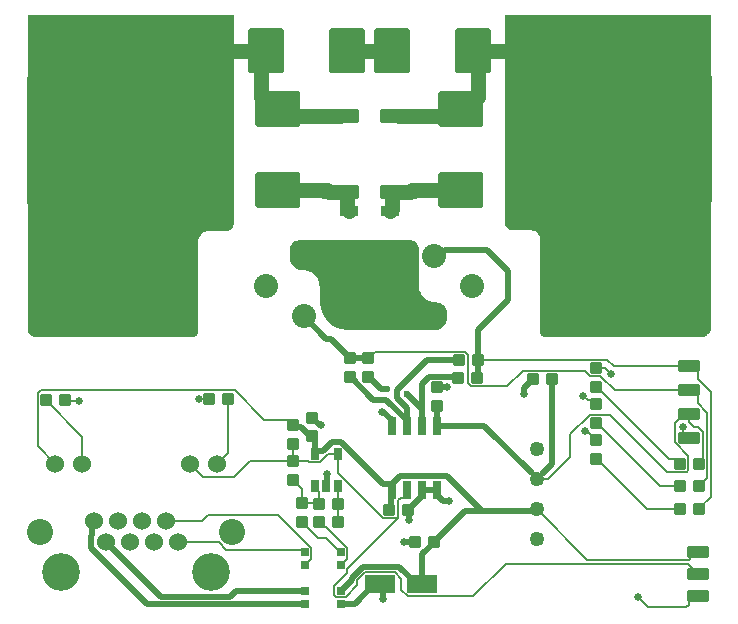
<source format=gbr>
G04*
G04 #@! TF.GenerationSoftware,Altium Limited,Altium Designer,23.5.1 (21)*
G04*
G04 Layer_Physical_Order=1*
G04 Layer_Color=255*
%FSLAX44Y44*%
%MOMM*%
G71*
G04*
G04 #@! TF.SameCoordinates,4C835EFE-E1B3-4BCD-AC60-ED55561C1739*
G04*
G04*
G04 #@! TF.FilePolarity,Positive*
G04*
G01*
G75*
%ADD11C,0.1524*%
G04:AMPARAMS|DCode=18|XSize=1.8034mm|YSize=0.9906mm|CornerRadius=0.1238mm|HoleSize=0mm|Usage=FLASHONLY|Rotation=0.000|XOffset=0mm|YOffset=0mm|HoleType=Round|Shape=RoundedRectangle|*
%AMROUNDEDRECTD18*
21,1,1.8034,0.7430,0,0,0.0*
21,1,1.5558,0.9906,0,0,0.0*
1,1,0.2477,0.7779,-0.3715*
1,1,0.2477,-0.7779,-0.3715*
1,1,0.2477,-0.7779,0.3715*
1,1,0.2477,0.7779,0.3715*
%
%ADD18ROUNDEDRECTD18*%
G04:AMPARAMS|DCode=19|XSize=1.5494mm|YSize=0.6096mm|CornerRadius=0.0305mm|HoleSize=0mm|Usage=FLASHONLY|Rotation=90.000|XOffset=0mm|YOffset=0mm|HoleType=Round|Shape=RoundedRectangle|*
%AMROUNDEDRECTD19*
21,1,1.5494,0.5486,0,0,90.0*
21,1,1.4884,0.6096,0,0,90.0*
1,1,0.0610,0.2743,0.7442*
1,1,0.0610,0.2743,-0.7442*
1,1,0.0610,-0.2743,-0.7442*
1,1,0.0610,-0.2743,0.7442*
%
%ADD19ROUNDEDRECTD19*%
G04:AMPARAMS|DCode=20|XSize=0.6096mm|YSize=1.0414mm|CornerRadius=0.0305mm|HoleSize=0mm|Usage=FLASHONLY|Rotation=0.000|XOffset=0mm|YOffset=0mm|HoleType=Round|Shape=RoundedRectangle|*
%AMROUNDEDRECTD20*
21,1,0.6096,0.9804,0,0,0.0*
21,1,0.5486,1.0414,0,0,0.0*
1,1,0.0610,0.2743,-0.4902*
1,1,0.0610,-0.2743,-0.4902*
1,1,0.0610,-0.2743,0.4902*
1,1,0.0610,0.2743,0.4902*
%
%ADD20ROUNDEDRECTD20*%
G04:AMPARAMS|DCode=21|XSize=0.9398mm|YSize=0.9906mm|CornerRadius=0.047mm|HoleSize=0mm|Usage=FLASHONLY|Rotation=0.000|XOffset=0mm|YOffset=0mm|HoleType=Round|Shape=RoundedRectangle|*
%AMROUNDEDRECTD21*
21,1,0.9398,0.8966,0,0,0.0*
21,1,0.8458,0.9906,0,0,0.0*
1,1,0.0940,0.4229,-0.4483*
1,1,0.0940,-0.4229,-0.4483*
1,1,0.0940,-0.4229,0.4483*
1,1,0.0940,0.4229,0.4483*
%
%ADD21ROUNDEDRECTD21*%
G04:AMPARAMS|DCode=22|XSize=0.9398mm|YSize=0.9906mm|CornerRadius=0.047mm|HoleSize=0mm|Usage=FLASHONLY|Rotation=90.000|XOffset=0mm|YOffset=0mm|HoleType=Round|Shape=RoundedRectangle|*
%AMROUNDEDRECTD22*
21,1,0.9398,0.8966,0,0,90.0*
21,1,0.8458,0.9906,0,0,90.0*
1,1,0.0940,0.4483,0.4229*
1,1,0.0940,0.4483,-0.4229*
1,1,0.0940,-0.4483,-0.4229*
1,1,0.0940,-0.4483,0.4229*
%
%ADD22ROUNDEDRECTD22*%
G04:AMPARAMS|DCode=23|XSize=1.2446mm|YSize=3.175mm|CornerRadius=0.1556mm|HoleSize=0mm|Usage=FLASHONLY|Rotation=90.000|XOffset=0mm|YOffset=0mm|HoleType=Round|Shape=RoundedRectangle|*
%AMROUNDEDRECTD23*
21,1,1.2446,2.8639,0,0,90.0*
21,1,0.9335,3.1750,0,0,90.0*
1,1,0.3112,1.4319,0.4667*
1,1,0.3112,1.4319,-0.4667*
1,1,0.3112,-1.4319,-0.4667*
1,1,0.3112,-1.4319,0.4667*
%
%ADD23ROUNDEDRECTD23*%
G04:AMPARAMS|DCode=24|XSize=3.81mm|YSize=3.0226mm|CornerRadius=0.1511mm|HoleSize=0mm|Usage=FLASHONLY|Rotation=0.000|XOffset=0mm|YOffset=0mm|HoleType=Round|Shape=RoundedRectangle|*
%AMROUNDEDRECTD24*
21,1,3.8100,2.7203,0,0,0.0*
21,1,3.5077,3.0226,0,0,0.0*
1,1,0.3023,1.7539,-1.3602*
1,1,0.3023,-1.7539,-1.3602*
1,1,0.3023,-1.7539,1.3602*
1,1,0.3023,1.7539,1.3602*
%
%ADD24ROUNDEDRECTD24*%
G04:AMPARAMS|DCode=25|XSize=3.81mm|YSize=3.0226mm|CornerRadius=0.1511mm|HoleSize=0mm|Usage=FLASHONLY|Rotation=90.000|XOffset=0mm|YOffset=0mm|HoleType=Round|Shape=RoundedRectangle|*
%AMROUNDEDRECTD25*
21,1,3.8100,2.7203,0,0,90.0*
21,1,3.5077,3.0226,0,0,90.0*
1,1,0.3023,1.3602,1.7539*
1,1,0.3023,1.3602,-1.7539*
1,1,0.3023,-1.3602,-1.7539*
1,1,0.3023,-1.3602,1.7539*
%
%ADD25ROUNDEDRECTD25*%
G04:AMPARAMS|DCode=26|XSize=0.7112mm|YSize=0.6096mm|CornerRadius=0.0305mm|HoleSize=0mm|Usage=FLASHONLY|Rotation=0.000|XOffset=0mm|YOffset=0mm|HoleType=Round|Shape=RoundedRectangle|*
%AMROUNDEDRECTD26*
21,1,0.7112,0.5486,0,0,0.0*
21,1,0.6502,0.6096,0,0,0.0*
1,1,0.0610,0.3251,-0.2743*
1,1,0.0610,-0.3251,-0.2743*
1,1,0.0610,-0.3251,0.2743*
1,1,0.0610,0.3251,0.2743*
%
%ADD26ROUNDEDRECTD26*%
G04:AMPARAMS|DCode=27|XSize=0.8992mm|YSize=1.6002mm|CornerRadius=0.045mm|HoleSize=0mm|Usage=FLASHONLY|Rotation=270.000|XOffset=0mm|YOffset=0mm|HoleType=Round|Shape=RoundedRectangle|*
%AMROUNDEDRECTD27*
21,1,0.8992,1.5103,0,0,270.0*
21,1,0.8092,1.6002,0,0,270.0*
1,1,0.0899,-0.7551,-0.4046*
1,1,0.0899,-0.7551,0.4046*
1,1,0.0899,0.7551,0.4046*
1,1,0.0899,0.7551,-0.4046*
%
%ADD27ROUNDEDRECTD27*%
G04:AMPARAMS|DCode=28|XSize=1.6002mm|YSize=2.5908mm|CornerRadius=0.2mm|HoleSize=0mm|Usage=FLASHONLY|Rotation=90.000|XOffset=0mm|YOffset=0mm|HoleType=Round|Shape=RoundedRectangle|*
%AMROUNDEDRECTD28*
21,1,1.6002,2.1908,0,0,90.0*
21,1,1.2002,2.5908,0,0,90.0*
1,1,0.4001,1.0954,0.6001*
1,1,0.4001,1.0954,-0.6001*
1,1,0.4001,-1.0954,-0.6001*
1,1,0.4001,-1.0954,0.6001*
%
%ADD28ROUNDEDRECTD28*%
%ADD47C,0.5080*%
%ADD48C,1.2700*%
%ADD49C,1.2548*%
G04:AMPARAMS|DCode=50|XSize=8.6614mm|YSize=14.3002mm|CornerRadius=0.4331mm|HoleSize=0mm|Usage=FLASHONLY|Rotation=270.000|XOffset=0mm|YOffset=0mm|HoleType=Round|Shape=RoundedRectangle|*
%AMROUNDEDRECTD50*
21,1,8.6614,13.4341,0,0,270.0*
21,1,7.7953,14.3002,0,0,270.0*
1,1,0.8661,-6.7170,-3.8976*
1,1,0.8661,-6.7170,3.8976*
1,1,0.8661,6.7170,3.8976*
1,1,0.8661,6.7170,-3.8976*
%
%ADD50ROUNDEDRECTD50*%
%ADD51C,2.0320*%
%ADD52C,0.6350*%
%ADD53R,17.4625X17.4625*%
%ADD54C,1.5240*%
%ADD55C,3.2004*%
%ADD56C,2.2098*%
%ADD57C,1.2700*%
%ADD58C,0.6000*%
G36*
X178054Y330454D02*
X178054Y329804D01*
X177800Y328528D01*
X177302Y327326D01*
X176580Y326244D01*
X175660Y325324D01*
X174578Y324602D01*
X173376Y324104D01*
X172100Y323850D01*
X171450Y323850D01*
X156464D01*
X155642Y323810D01*
X154031Y323489D01*
X152513Y322860D01*
X151146Y321947D01*
X149985Y320785D01*
X149072Y319419D01*
X148443Y317901D01*
X148122Y316290D01*
X148082Y315468D01*
X148082Y242062D01*
X148082Y241362D01*
X147809Y239988D01*
X147273Y238693D01*
X146494Y237528D01*
X145504Y236538D01*
X144339Y235759D01*
X143045Y235223D01*
X141671Y234950D01*
X140970Y234950D01*
X8083D01*
X6122Y235762D01*
X4622Y237262D01*
X3810Y239223D01*
Y240284D01*
X2798Y454268D01*
X3694Y455168D01*
X178054D01*
X178054Y330454D01*
D02*
G37*
G36*
X328504Y316253D02*
X329875Y315902D01*
X331151Y315290D01*
X332283Y314441D01*
X333228Y313387D01*
X333949Y312169D01*
X334257Y311292D01*
X334518Y310134D01*
X334518Y310134D01*
X334518D01*
X334518Y310134D01*
X334518Y277876D01*
X334585Y276507D01*
X335119Y273821D01*
X336167Y271290D01*
X337689Y269013D01*
X339625Y267077D01*
X341903Y265555D01*
X344433Y264507D01*
X347119Y263973D01*
X348488Y263906D01*
X349514D01*
X351526Y263506D01*
X353421Y262721D01*
X355126Y261581D01*
X356577Y260131D01*
X357717Y258425D01*
X358502Y256530D01*
X358902Y254518D01*
Y253492D01*
X358902Y251714D01*
X358902Y250563D01*
X358453Y248306D01*
X357572Y246179D01*
X356294Y244265D01*
X354666Y242638D01*
X352752Y241359D01*
X350626Y240479D01*
X348461Y240048D01*
X347218Y240030D01*
X347217Y240030D01*
X347217Y240030D01*
X276098D01*
X273596Y240030D01*
X268689Y241006D01*
X264067Y242920D01*
X259907Y245700D01*
X256369Y249238D01*
X253589Y253398D01*
X251674Y258020D01*
X250698Y262928D01*
X250698Y265429D01*
X250698Y265430D01*
Y277114D01*
X250632Y278458D01*
X250107Y281096D01*
X249078Y283580D01*
X247585Y285815D01*
X245683Y287717D01*
X243448Y289210D01*
X240963Y290239D01*
X238326Y290764D01*
X236982Y290830D01*
X235856Y290830D01*
X233648Y291269D01*
X231568Y292131D01*
X229696Y293381D01*
X228104Y294973D01*
X226853Y296845D01*
X225991Y298925D01*
X225552Y301133D01*
X225552Y302259D01*
X225552Y302260D01*
Y308902D01*
X225864Y310473D01*
X226477Y311952D01*
X227367Y313283D01*
X228499Y314415D01*
X229830Y315305D01*
X231309Y315918D01*
X232879Y316230D01*
X233680Y316230D01*
X233680Y316230D01*
X326390Y316230D01*
X327090Y316330D01*
X328504Y316253D01*
D02*
G37*
G36*
X582770Y455128D02*
X581758Y241144D01*
Y240083D01*
X580946Y238122D01*
X579445Y236622D01*
X577485Y235810D01*
X444598D01*
X443897Y235810D01*
X442523Y236083D01*
X441229Y236619D01*
X440064Y237397D01*
X439073Y238388D01*
X438295Y239553D01*
X437759Y240847D01*
X437486Y242221D01*
X437486Y242922D01*
X437486Y316328D01*
X437445Y317149D01*
X437125Y318761D01*
X436496Y320279D01*
X435583Y321645D01*
X434421Y322807D01*
X433055Y323720D01*
X431537Y324349D01*
X429925Y324669D01*
X429104Y324710D01*
X414118D01*
X413467Y324710D01*
X412191Y324963D01*
X410990Y325461D01*
X409908Y326184D01*
X408988Y327104D01*
X408265Y328186D01*
X407767Y329387D01*
X407514Y330663D01*
X407514Y331314D01*
X407514Y456028D01*
X581874D01*
X582770Y455128D01*
D02*
G37*
D11*
X282555Y24336D02*
Y28352D01*
X264259Y14478D02*
X272697D01*
X274066Y34445D02*
Y37652D01*
X319786Y20269D02*
X325196Y14859D01*
X380873D01*
X314376Y34925D02*
X319786Y29515D01*
Y20269D02*
Y29515D01*
X282555Y28352D02*
X289128Y34925D01*
X272697Y14478D02*
X282555Y24336D01*
X289128Y34925D02*
X314376D01*
X262890Y15847D02*
Y23269D01*
X274066Y34445D01*
X262890Y15847D02*
X264259Y14478D01*
X274066Y37652D02*
X317313Y80899D01*
X227838Y129540D02*
Y144018D01*
X240641Y129540D02*
X242038Y128143D01*
X250650D01*
X227838Y129540D02*
X240641D01*
X250650Y128143D02*
X257889Y135382D01*
X265938D01*
Y119576D02*
Y135382D01*
X317313Y80899D02*
Y95876D01*
X265938Y119576D02*
X304615Y80899D01*
X317313D01*
X224058Y163799D02*
X227838Y160020D01*
X204051Y163799D02*
X224058D01*
X250444Y93472D02*
Y102794D01*
X235712Y93472D02*
X250190D01*
X235712D02*
Y105918D01*
X228092Y113538D02*
X235712Y105918D01*
X227838Y113538D02*
X228092D01*
X246939Y106299D02*
X250444Y102794D01*
X246939Y106299D02*
Y108458D01*
X265938Y93726D02*
Y108458D01*
Y93726D02*
X266446Y93218D01*
X178747Y189103D02*
X204051Y163799D01*
X12065Y141605D02*
X26924Y126746D01*
X12065Y186621D02*
X14547Y189103D01*
X12065Y141605D02*
Y186621D01*
X14547Y189103D02*
X178747D01*
X157226Y181864D02*
X157480Y182118D01*
X148336Y181864D02*
X157226D01*
X173482Y136144D02*
Y182118D01*
X164084Y126746D02*
X173482Y136144D01*
X18796Y180848D02*
Y181102D01*
Y180848D02*
X49784Y149860D01*
Y126746D02*
Y149860D01*
X34798Y181102D02*
X35560Y180340D01*
X46990D01*
X434594Y88646D02*
X477520Y45720D01*
X568190Y52578D02*
X571500D01*
X564036Y48423D02*
X568190Y52578D01*
X564036Y46613D02*
Y48423D01*
X563143Y45720D02*
X564036Y46613D01*
X477520Y45720D02*
X563143D01*
X562864Y42164D02*
X571246Y33782D01*
X380873Y14859D02*
X408178Y42164D01*
X562864D01*
X324612Y100330D02*
Y105029D01*
X317313Y95876D02*
X319481Y98044D01*
X322326D01*
X324612Y100330D01*
X478795Y153411D02*
X484886Y147320D01*
X476309Y153411D02*
X478795D01*
X475385Y154334D02*
X476309Y153411D01*
X434594Y114046D02*
X435610Y115062D01*
X463086Y132690D02*
Y151994D01*
X479621Y168529D02*
X496316D01*
X463086Y151994D02*
X479621Y168529D01*
X484886Y147320D02*
X485140D01*
X482397Y180543D02*
X485140Y177800D01*
X477571Y180543D02*
X482397D01*
X473710Y184404D02*
X477571Y180543D01*
X485140Y208280D02*
X492506D01*
X497586Y203200D01*
X551561Y145045D02*
X562991Y133615D01*
X551561Y161179D02*
X555355Y164973D01*
X551561Y145045D02*
Y161179D01*
X555367Y164973D02*
X559558Y169164D01*
X555355Y164973D02*
X555367D01*
X559558Y169164D02*
X563880D01*
X562193Y148844D02*
X563880D01*
X558038Y152999D02*
X562193Y148844D01*
X558038Y152999D02*
Y158496D01*
X562991Y121481D02*
Y133615D01*
X561525Y120015D02*
X562991Y121481D01*
X544830Y120015D02*
X561525D01*
X496316Y168529D02*
X544830Y120015D01*
X444441Y114046D02*
X463086Y132690D01*
X434594Y114046D02*
X444441D01*
X485140Y192278D02*
X485394D01*
X546951Y130721D01*
X552539D01*
X563880Y189230D02*
X566742D01*
X475303Y205867D02*
X479621Y201549D01*
X500438Y189230D02*
X563880D01*
X488119Y201549D02*
X500438Y189230D01*
X479621Y201549D02*
X488119D01*
X552539Y130721D02*
X556260Y127000D01*
X539242Y107950D02*
X556260D01*
X485394Y161798D02*
X539242Y107950D01*
X485140Y161798D02*
X485394D01*
X527812Y88900D02*
X556260D01*
X485394Y131318D02*
X527812Y88900D01*
X485140Y131318D02*
X485394D01*
X563880Y161925D02*
Y169164D01*
Y161925D02*
X567886Y157919D01*
X570923D01*
X574929Y153913D01*
Y129667D02*
Y153913D01*
X572262Y127000D02*
X574929Y129667D01*
X570897Y198332D02*
X581787Y187441D01*
X572262Y107950D02*
Y108204D01*
Y89154D02*
X581787Y98679D01*
X578993Y114935D02*
Y170169D01*
X570897Y178266D02*
Y185075D01*
Y178266D02*
X578993Y170169D01*
X581787Y98679D02*
Y187441D01*
X566742Y189230D02*
X570897Y185075D01*
X572262Y108204D02*
X578993Y114935D01*
X422656Y205867D02*
X475303D01*
X570897Y198332D02*
Y205395D01*
X572262Y88900D02*
Y89154D01*
X566742Y209550D02*
X570897Y205395D01*
X563880Y209550D02*
X566742D01*
X499618D02*
X563880D01*
X384556Y215138D02*
X494030D01*
X499618Y209550D01*
X297815Y221869D02*
X373819D01*
X292100Y216408D02*
X292354D01*
X373819Y221869D02*
X376428Y219260D01*
X292354Y216408D02*
X297815Y221869D01*
X376428Y195268D02*
X379037Y192659D01*
X376428Y195268D02*
Y219260D01*
X379037Y192659D02*
X409448D01*
X422656Y205867D01*
X141224Y126746D02*
X152146Y115824D01*
X178322D01*
X119317Y78486D02*
X120841D01*
X150910D01*
X238506Y41148D02*
X243586Y46228D01*
X215674Y83947D02*
X243586Y56035D01*
Y46228D02*
Y56035D01*
X237998Y41148D02*
X238506D01*
X156371Y83947D02*
X215674D01*
X150910Y78486D02*
X156371Y83947D01*
X131064Y60706D02*
X165379D01*
X129540D02*
X131064D01*
X165379D02*
X171779Y54305D01*
X236017D01*
X237998Y52324D01*
X567440Y14986D02*
X571246D01*
X563285Y10831D02*
X567440Y14986D01*
X563285Y7787D02*
Y10831D01*
X561086Y5588D02*
X563285Y7787D01*
X520446Y13970D02*
X528828Y5588D01*
X561086D01*
X571122Y14862D02*
X571246Y14986D01*
X178322Y115824D02*
X192038Y129540D01*
X227838D01*
X235458Y93472D02*
X235712D01*
X266446Y77978D02*
Y93218D01*
X250444Y77724D02*
Y77978D01*
X256314Y73787D02*
X274066Y56035D01*
Y46228D02*
Y56035D01*
X254381Y73787D02*
X256314D01*
X268986Y41148D02*
X274066Y46228D01*
X268478Y41148D02*
X268986D01*
X250444Y77724D02*
X254381Y73787D01*
X267970Y52324D02*
X268478D01*
X256222Y64071D02*
X267970Y52324D01*
X249364Y64071D02*
X256222D01*
X235966Y77470D02*
X249364Y64071D01*
X235712Y77470D02*
X235966D01*
D18*
X563880Y209550D02*
D03*
Y189230D02*
D03*
Y148844D02*
D03*
Y169164D02*
D03*
X571246Y14986D02*
D03*
Y33782D02*
D03*
X571500Y52578D02*
D03*
D19*
X350012Y159131D02*
D03*
X311912D02*
D03*
X324612D02*
D03*
X337312D02*
D03*
X350012Y105029D02*
D03*
X337312D02*
D03*
X324612D02*
D03*
X311912D02*
D03*
D20*
X246939Y135382D02*
D03*
X265938D02*
D03*
Y108458D02*
D03*
X256438D02*
D03*
X246939D02*
D03*
D21*
X572262Y88900D02*
D03*
X556260D02*
D03*
X572262Y107950D02*
D03*
X556260D02*
D03*
X368300Y199644D02*
D03*
X384302D02*
D03*
X368554Y214884D02*
D03*
X384556D02*
D03*
X250444Y77978D02*
D03*
X266446D02*
D03*
X157480Y182118D02*
D03*
X173482D02*
D03*
X34798Y181102D02*
D03*
X18796D02*
D03*
X572262Y127000D02*
D03*
X556260D02*
D03*
X325882Y87884D02*
D03*
X309880D02*
D03*
X431800Y198882D02*
D03*
X447802D02*
D03*
X266446Y93218D02*
D03*
X250444D02*
D03*
X331470Y60452D02*
D03*
X347472D02*
D03*
D22*
X276860Y200406D02*
D03*
Y216408D02*
D03*
X292100Y200406D02*
D03*
Y216408D02*
D03*
X227838Y144018D02*
D03*
Y160020D02*
D03*
X485140Y147320D02*
D03*
Y131318D02*
D03*
Y177800D02*
D03*
Y161798D02*
D03*
X227838Y113538D02*
D03*
Y129540D02*
D03*
X485140Y208280D02*
D03*
Y192278D02*
D03*
X235712Y77470D02*
D03*
Y93472D02*
D03*
X350012Y192024D02*
D03*
Y176022D02*
D03*
X244348Y166116D02*
D03*
Y150114D02*
D03*
D23*
X268224Y357378D02*
D03*
Y421386D02*
D03*
X317754D02*
D03*
Y357378D02*
D03*
D24*
X370586Y426974D02*
D03*
Y358394D02*
D03*
X215138Y426974D02*
D03*
Y358394D02*
D03*
D25*
X311658Y476504D02*
D03*
X380238D02*
D03*
X274066D02*
D03*
X205486D02*
D03*
D26*
X237998Y52324D02*
D03*
X268478D02*
D03*
Y41148D02*
D03*
X237998D02*
D03*
Y19558D02*
D03*
X268478D02*
D03*
Y8382D02*
D03*
X237998D02*
D03*
D27*
X310134Y309626D02*
D03*
Y340614D02*
D03*
X275844D02*
D03*
Y309626D02*
D03*
D28*
X301752Y24892D02*
D03*
X337820D02*
D03*
D47*
X277983Y28555D02*
Y30246D01*
X268478Y19558D02*
X268986D01*
X277983Y28555D01*
Y30246D02*
X287234Y39497D01*
X318262D01*
X332867Y24892D01*
X337820D01*
X177990Y8382D02*
X237998D01*
X177482Y7874D02*
X177990Y8382D01*
X104785Y7874D02*
X177482D01*
X68390Y60706D02*
X69914D01*
X116396Y14224D01*
X174852D01*
X180186Y19558D01*
X237998D01*
X269243Y145542D02*
X304549Y110236D01*
X261583Y145542D02*
X269243D01*
X304549Y110236D02*
X311404D01*
X253836Y137795D02*
X261583Y145542D01*
X311912Y105029D02*
Y109728D01*
X311404Y110236D02*
X311912Y109728D01*
X311404Y89408D02*
Y105029D01*
X246939Y137541D02*
X247193Y137795D01*
X253836D01*
X244602Y166116D02*
X250872Y159846D01*
X251842D01*
X252085Y159603D01*
X244348Y166116D02*
X244602D01*
X242570Y150368D02*
X243078D01*
X235077Y157861D02*
X242570Y150368D01*
X230251Y157861D02*
X235077D01*
X229522Y158590D02*
X230251Y157861D01*
X229522Y158590D02*
Y159385D01*
X246939Y137541D02*
Y146507D01*
X243078Y150368D02*
X246939Y146507D01*
X256616Y108636D02*
Y118440D01*
X256794Y118618D01*
X256438Y108458D02*
X256616Y108636D01*
X301752Y24892D02*
X304800Y21844D01*
Y12446D02*
Y21844D01*
X331343Y60579D02*
X331470Y60452D01*
X322707Y60579D02*
X331343D01*
X322580Y60706D02*
X322707Y60579D01*
X326009Y79121D02*
Y87757D01*
Y79121D02*
X326136Y78994D01*
X325882Y87884D02*
X326009Y87757D01*
X337820Y24892D02*
Y50546D01*
X347472Y60198D01*
Y60452D01*
X349885Y62865D02*
X374142Y87122D01*
X388366D02*
X428498D01*
X374142D02*
X388366D01*
X325882Y87884D02*
Y88138D01*
X267716Y8382D02*
X280289D01*
X296799Y24892D01*
X301752D01*
X424169Y185917D02*
Y190997D01*
X431800Y198628D01*
Y198882D01*
X423926Y185674D02*
X424169Y185917D01*
X350012Y192024D02*
X350022Y192034D01*
X358719D01*
X358729Y192043D01*
X316278Y182832D02*
Y189783D01*
X324612Y163830D02*
Y174498D01*
X324358Y186436D02*
X337312Y173482D01*
X316278Y182832D02*
X324612Y174498D01*
X343756Y200533D02*
X367411D01*
X337312Y173482D02*
Y194089D01*
X343756Y200533D01*
X316278Y189783D02*
X341379Y214884D01*
X384556Y215138D02*
Y239851D01*
X409956Y265251D02*
Y290501D01*
X347726Y303276D02*
X351850D01*
X356930Y308356D01*
X392101D02*
X409956Y290501D01*
X384556Y239851D02*
X409956Y265251D01*
X356930Y308356D02*
X392101D01*
X237490Y252476D02*
X237871Y252095D01*
X276606Y216408D02*
X276860D01*
X260362Y232652D02*
X276606Y216408D01*
X256552Y232652D02*
X260362D01*
X237490Y251714D02*
X256552Y232652D01*
X57214Y55445D02*
X104785Y7874D01*
X57214Y55445D02*
Y65967D01*
X57746Y66499D02*
Y76542D01*
X59690Y78486D01*
X57214Y65967D02*
X57746Y66499D01*
X337312Y159131D02*
Y173482D01*
X367411Y200533D02*
X368300Y199644D01*
X341379Y214884D02*
X368554D01*
X311912Y159131D02*
Y163830D01*
X304789Y170953D02*
X311912Y163830D01*
X303773Y170953D02*
X304789D01*
X303530Y171196D02*
X303773Y170953D01*
X350012Y100330D02*
Y105029D01*
Y100330D02*
X354849Y95493D01*
X359675D01*
X359918Y95250D01*
X337312Y105029D02*
X350012D01*
X325882Y88138D02*
X336804Y99060D01*
Y104521D01*
X337312Y105029D01*
X309880Y87884D02*
X311404Y89408D01*
X276860Y216408D02*
X292100D01*
Y200406D02*
X292354D01*
X302338Y190422D01*
X307418D01*
X307594Y190246D01*
X307150Y181292D02*
X324612Y163830D01*
Y159131D02*
Y163830D01*
X296227Y181292D02*
X307150D01*
X277114Y200406D02*
X296227Y181292D01*
X276860Y200406D02*
X277114D01*
X439420Y118364D02*
X447802Y126746D01*
Y198882D01*
X434594Y139446D02*
Y141467D01*
X384302Y199644D02*
X384429Y199771D01*
Y214757D01*
X350012Y159131D02*
Y176022D01*
X311912Y109728D02*
X318770Y116586D01*
X358902D01*
X388366Y87122D01*
X390271Y159131D02*
X430530Y118872D01*
X350012Y159131D02*
X390271D01*
D48*
X274066Y476504D02*
X311658D01*
X384556Y437769D02*
Y476504D01*
X437896D01*
X494792Y419608D01*
X201168Y437769D02*
Y476504D01*
X147828D02*
X201168D01*
X90932Y419608D02*
X147828Y476504D01*
X277495Y308610D02*
X308483D01*
X311912Y357378D02*
X317754D01*
X311785Y357251D02*
X311912Y357378D01*
X311785Y342265D02*
Y357251D01*
X310134Y340614D02*
X311785Y342265D01*
X268224Y357378D02*
X274066D01*
X274193Y357251D01*
Y342265D02*
Y357251D01*
Y342265D02*
X275844Y340614D01*
X328930Y359156D02*
X370586D01*
X327152Y357378D02*
X328930Y359156D01*
X317754Y357378D02*
X327152D01*
X215138Y359156D02*
X257048D01*
X258826Y357378D01*
X268224D01*
X364363Y421513D02*
X370586Y427736D01*
X317881Y421513D02*
X364363D01*
X317754Y421386D02*
X317881Y421513D01*
X215138Y427736D02*
X221361Y421513D01*
X268097D01*
X268224Y421386D01*
X374523Y427736D02*
X384556Y437769D01*
X370586Y427736D02*
X374523D01*
X201168Y437769D02*
X211201Y427736D01*
X215138D01*
D49*
X434594Y139446D02*
D03*
Y114046D02*
D03*
Y88646D02*
D03*
Y63246D02*
D03*
D50*
X508762Y277876D02*
D03*
X76454Y277114D02*
D03*
D51*
X347726Y303276D02*
D03*
X379476Y277876D02*
D03*
X347726Y252476D02*
D03*
X237490Y251714D02*
D03*
X205740Y277114D02*
D03*
X237490Y302514D02*
D03*
D52*
X574294Y314960D02*
D03*
Y303530D02*
D03*
Y292100D02*
D03*
Y280670D02*
D03*
Y269240D02*
D03*
Y257810D02*
D03*
Y246380D02*
D03*
X565404Y308610D02*
D03*
Y297180D02*
D03*
Y262890D02*
D03*
Y251460D02*
D03*
Y240030D02*
D03*
X556514Y314960D02*
D03*
Y303530D02*
D03*
Y246380D02*
D03*
X546354Y308610D02*
D03*
Y251460D02*
D03*
Y240030D02*
D03*
X536194Y313690D02*
D03*
Y302260D02*
D03*
Y245110D02*
D03*
X524764Y307340D02*
D03*
Y295910D02*
D03*
Y261620D02*
D03*
Y250190D02*
D03*
Y238760D02*
D03*
X513334Y313690D02*
D03*
Y302260D02*
D03*
Y290830D02*
D03*
Y279400D02*
D03*
Y267970D02*
D03*
Y256540D02*
D03*
Y245110D02*
D03*
X501904Y307340D02*
D03*
Y295910D02*
D03*
Y284480D02*
D03*
Y273050D02*
D03*
Y261620D02*
D03*
Y250190D02*
D03*
Y238760D02*
D03*
X490474Y313690D02*
D03*
Y302260D02*
D03*
Y290830D02*
D03*
Y279400D02*
D03*
Y267970D02*
D03*
Y256540D02*
D03*
Y245110D02*
D03*
X479044Y307340D02*
D03*
Y295910D02*
D03*
Y284480D02*
D03*
Y273050D02*
D03*
Y261620D02*
D03*
Y250190D02*
D03*
Y238760D02*
D03*
X467614Y313690D02*
D03*
Y302260D02*
D03*
Y290830D02*
D03*
Y279400D02*
D03*
Y267970D02*
D03*
Y256540D02*
D03*
Y245110D02*
D03*
X456184Y307340D02*
D03*
Y295910D02*
D03*
Y284480D02*
D03*
Y273050D02*
D03*
Y261620D02*
D03*
Y250190D02*
D03*
Y238760D02*
D03*
X446024Y312420D02*
D03*
Y300990D02*
D03*
Y289560D02*
D03*
Y278130D02*
D03*
Y266700D02*
D03*
Y255270D02*
D03*
Y243840D02*
D03*
X10922Y240030D02*
D03*
Y251460D02*
D03*
Y262890D02*
D03*
Y274320D02*
D03*
Y285750D02*
D03*
Y297180D02*
D03*
Y308610D02*
D03*
X19812Y246380D02*
D03*
Y257810D02*
D03*
Y292100D02*
D03*
Y303530D02*
D03*
Y314960D02*
D03*
X28702Y240030D02*
D03*
Y251460D02*
D03*
Y308610D02*
D03*
X38862Y246380D02*
D03*
Y303530D02*
D03*
Y314960D02*
D03*
X49022Y241300D02*
D03*
Y252730D02*
D03*
Y309880D02*
D03*
X60452Y247650D02*
D03*
Y259080D02*
D03*
Y293370D02*
D03*
Y304800D02*
D03*
Y316230D02*
D03*
X71882Y241300D02*
D03*
Y252730D02*
D03*
Y264160D02*
D03*
Y275590D02*
D03*
Y287020D02*
D03*
Y298450D02*
D03*
Y309880D02*
D03*
X83312Y247650D02*
D03*
Y259080D02*
D03*
Y270510D02*
D03*
Y281940D02*
D03*
Y293370D02*
D03*
Y304800D02*
D03*
Y316230D02*
D03*
X94742Y241300D02*
D03*
Y252730D02*
D03*
Y264160D02*
D03*
Y275590D02*
D03*
Y287020D02*
D03*
Y298450D02*
D03*
Y309880D02*
D03*
X106172Y247650D02*
D03*
Y259080D02*
D03*
Y270510D02*
D03*
Y281940D02*
D03*
Y293370D02*
D03*
Y304800D02*
D03*
Y316230D02*
D03*
X117602Y241300D02*
D03*
Y252730D02*
D03*
Y264160D02*
D03*
Y275590D02*
D03*
Y287020D02*
D03*
Y298450D02*
D03*
Y309880D02*
D03*
X129032Y247650D02*
D03*
Y259080D02*
D03*
Y270510D02*
D03*
Y281940D02*
D03*
Y293370D02*
D03*
Y304800D02*
D03*
Y316230D02*
D03*
X139192Y242570D02*
D03*
Y254000D02*
D03*
Y265430D02*
D03*
Y276860D02*
D03*
Y288290D02*
D03*
Y299720D02*
D03*
Y311150D02*
D03*
X292608Y476758D02*
D03*
X252085Y159603D02*
D03*
X256794Y118618D02*
D03*
X148336Y181864D02*
D03*
X46990Y180340D02*
D03*
X304800Y12446D02*
D03*
X322580Y60706D02*
D03*
X326136Y78994D02*
D03*
X475385Y154334D02*
D03*
X497586Y203200D02*
D03*
X473710Y184404D02*
D03*
X558038Y158496D02*
D03*
X423926Y185674D02*
D03*
X358729Y192043D02*
D03*
X303530Y171196D02*
D03*
X520446Y13970D02*
D03*
X359918Y95250D02*
D03*
D53*
X494792Y419608D02*
D03*
X90932D02*
D03*
D54*
X131064Y60706D02*
D03*
X120841Y78486D02*
D03*
X110681Y60706D02*
D03*
X100393Y78486D02*
D03*
X90297Y60706D02*
D03*
X80073Y78486D02*
D03*
X69914Y60706D02*
D03*
X59690Y78486D02*
D03*
X164084Y126746D02*
D03*
X141224D02*
D03*
X49784D02*
D03*
X26924D02*
D03*
D55*
X32004Y35306D02*
D03*
X159004D02*
D03*
D56*
X14224Y69596D02*
D03*
X176784D02*
D03*
D57*
X293116Y308610D02*
D03*
D58*
X324358Y186436D02*
D03*
X307594Y190246D02*
D03*
M02*

</source>
